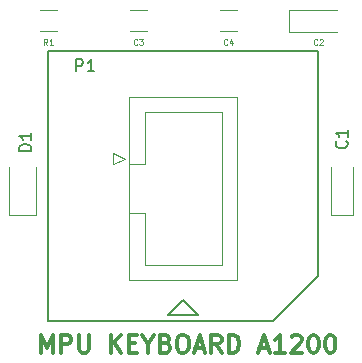
<source format=gto>
%TF.GenerationSoftware,KiCad,Pcbnew,5.1.9+dfsg1-1+deb11u1*%
%TF.CreationDate,2022-11-10T09:50:42+01:00*%
%TF.ProjectId,A1200MPU-Adapter,41313230-304d-4505-952d-416461707465,2.0*%
%TF.SameCoordinates,Original*%
%TF.FileFunction,Legend,Top*%
%TF.FilePolarity,Positive*%
%FSLAX46Y46*%
G04 Gerber Fmt 4.6, Leading zero omitted, Abs format (unit mm)*
G04 Created by KiCad (PCBNEW 5.1.9+dfsg1-1+deb11u1) date 2022-11-10 09:50:42*
%MOMM*%
%LPD*%
G01*
G04 APERTURE LIST*
%ADD10C,0.200000*%
%ADD11C,0.300000*%
%ADD12C,0.120000*%
%ADD13C,0.150000*%
%ADD14C,0.100000*%
G04 APERTURE END LIST*
D10*
X147320000Y-113792000D02*
X146050000Y-115062000D01*
X148590000Y-115062000D02*
X147320000Y-113792000D01*
X146050000Y-115062000D02*
X148590000Y-115062000D01*
X135890000Y-115570000D02*
X135890000Y-92837000D01*
X154940000Y-115570000D02*
X135890000Y-115570000D01*
X158750000Y-111760000D02*
X154940000Y-115570000D01*
X158750000Y-92710000D02*
X158750000Y-111760000D01*
X135890000Y-92710000D02*
X158750000Y-92710000D01*
D11*
X135272428Y-118280571D02*
X135272428Y-116780571D01*
X135772428Y-117852000D01*
X136272428Y-116780571D01*
X136272428Y-118280571D01*
X136986714Y-118280571D02*
X136986714Y-116780571D01*
X137558142Y-116780571D01*
X137701000Y-116852000D01*
X137772428Y-116923428D01*
X137843857Y-117066285D01*
X137843857Y-117280571D01*
X137772428Y-117423428D01*
X137701000Y-117494857D01*
X137558142Y-117566285D01*
X136986714Y-117566285D01*
X138486714Y-116780571D02*
X138486714Y-117994857D01*
X138558142Y-118137714D01*
X138629571Y-118209142D01*
X138772428Y-118280571D01*
X139058142Y-118280571D01*
X139201000Y-118209142D01*
X139272428Y-118137714D01*
X139343857Y-117994857D01*
X139343857Y-116780571D01*
X141201000Y-118280571D02*
X141201000Y-116780571D01*
X142058142Y-118280571D02*
X141415285Y-117423428D01*
X142058142Y-116780571D02*
X141201000Y-117637714D01*
X142701000Y-117494857D02*
X143201000Y-117494857D01*
X143415285Y-118280571D02*
X142701000Y-118280571D01*
X142701000Y-116780571D01*
X143415285Y-116780571D01*
X144343857Y-117566285D02*
X144343857Y-118280571D01*
X143843857Y-116780571D02*
X144343857Y-117566285D01*
X144843857Y-116780571D01*
X145843857Y-117494857D02*
X146058142Y-117566285D01*
X146129571Y-117637714D01*
X146201000Y-117780571D01*
X146201000Y-117994857D01*
X146129571Y-118137714D01*
X146058142Y-118209142D01*
X145915285Y-118280571D01*
X145343857Y-118280571D01*
X145343857Y-116780571D01*
X145843857Y-116780571D01*
X145986714Y-116852000D01*
X146058142Y-116923428D01*
X146129571Y-117066285D01*
X146129571Y-117209142D01*
X146058142Y-117352000D01*
X145986714Y-117423428D01*
X145843857Y-117494857D01*
X145343857Y-117494857D01*
X147129571Y-116780571D02*
X147415285Y-116780571D01*
X147558142Y-116852000D01*
X147701000Y-116994857D01*
X147772428Y-117280571D01*
X147772428Y-117780571D01*
X147701000Y-118066285D01*
X147558142Y-118209142D01*
X147415285Y-118280571D01*
X147129571Y-118280571D01*
X146986714Y-118209142D01*
X146843857Y-118066285D01*
X146772428Y-117780571D01*
X146772428Y-117280571D01*
X146843857Y-116994857D01*
X146986714Y-116852000D01*
X147129571Y-116780571D01*
X148343857Y-117852000D02*
X149058142Y-117852000D01*
X148201000Y-118280571D02*
X148701000Y-116780571D01*
X149201000Y-118280571D01*
X150558142Y-118280571D02*
X150058142Y-117566285D01*
X149700999Y-118280571D02*
X149700999Y-116780571D01*
X150272428Y-116780571D01*
X150415285Y-116852000D01*
X150486714Y-116923428D01*
X150558142Y-117066285D01*
X150558142Y-117280571D01*
X150486714Y-117423428D01*
X150415285Y-117494857D01*
X150272428Y-117566285D01*
X149700999Y-117566285D01*
X151200999Y-118280571D02*
X151200999Y-116780571D01*
X151558142Y-116780571D01*
X151772428Y-116852000D01*
X151915285Y-116994857D01*
X151986714Y-117137714D01*
X152058142Y-117423428D01*
X152058142Y-117637714D01*
X151986714Y-117923428D01*
X151915285Y-118066285D01*
X151772428Y-118209142D01*
X151558142Y-118280571D01*
X151200999Y-118280571D01*
X153772428Y-117852000D02*
X154486714Y-117852000D01*
X153629571Y-118280571D02*
X154129571Y-116780571D01*
X154629571Y-118280571D01*
X155915285Y-118280571D02*
X155058142Y-118280571D01*
X155486714Y-118280571D02*
X155486714Y-116780571D01*
X155343857Y-116994857D01*
X155201000Y-117137714D01*
X155058142Y-117209142D01*
X156486714Y-116923428D02*
X156558142Y-116852000D01*
X156701000Y-116780571D01*
X157058142Y-116780571D01*
X157201000Y-116852000D01*
X157272428Y-116923428D01*
X157343857Y-117066285D01*
X157343857Y-117209142D01*
X157272428Y-117423428D01*
X156415285Y-118280571D01*
X157343857Y-118280571D01*
X158272428Y-116780571D02*
X158415285Y-116780571D01*
X158558142Y-116852000D01*
X158629571Y-116923428D01*
X158701000Y-117066285D01*
X158772428Y-117352000D01*
X158772428Y-117709142D01*
X158701000Y-117994857D01*
X158629571Y-118137714D01*
X158558142Y-118209142D01*
X158415285Y-118280571D01*
X158272428Y-118280571D01*
X158129571Y-118209142D01*
X158058142Y-118137714D01*
X157986714Y-117994857D01*
X157915285Y-117709142D01*
X157915285Y-117352000D01*
X157986714Y-117066285D01*
X158058142Y-116923428D01*
X158129571Y-116852000D01*
X158272428Y-116780571D01*
X159701000Y-116780571D02*
X159843857Y-116780571D01*
X159986714Y-116852000D01*
X160058142Y-116923428D01*
X160129571Y-117066285D01*
X160201000Y-117352000D01*
X160201000Y-117709142D01*
X160129571Y-117994857D01*
X160058142Y-118137714D01*
X159986714Y-118209142D01*
X159843857Y-118280571D01*
X159701000Y-118280571D01*
X159558142Y-118209142D01*
X159486714Y-118137714D01*
X159415285Y-117994857D01*
X159343857Y-117709142D01*
X159343857Y-117352000D01*
X159415285Y-117066285D01*
X159486714Y-116923428D01*
X159558142Y-116852000D01*
X159701000Y-116780571D01*
D12*
%TO.C,C1*%
X161717000Y-106625000D02*
X161717000Y-102540000D01*
X159847000Y-106625000D02*
X161717000Y-106625000D01*
X159847000Y-102540000D02*
X159847000Y-106625000D01*
%TO.C,C2*%
X160350000Y-89235000D02*
X156265000Y-89235000D01*
X156265000Y-89235000D02*
X156265000Y-91105000D01*
X156265000Y-91105000D02*
X160350000Y-91105000D01*
%TO.C,C3*%
X142798748Y-91080000D02*
X144221252Y-91080000D01*
X142798748Y-89260000D02*
X144221252Y-89260000D01*
%TO.C,C4*%
X150418748Y-89260000D02*
X151841252Y-89260000D01*
X150418748Y-91080000D02*
X151841252Y-91080000D01*
%TO.C,D1*%
X134866000Y-106600000D02*
X134866000Y-102540000D01*
X132596000Y-106600000D02*
X134866000Y-106600000D01*
X132596000Y-102540000D02*
X132596000Y-106600000D01*
%TO.C,P1*%
X141370000Y-102354000D02*
X142370000Y-101854000D01*
X141370000Y-101354000D02*
X141370000Y-102354000D01*
X142370000Y-101854000D02*
X141370000Y-101354000D01*
X144070000Y-106444000D02*
X142760000Y-106444000D01*
X144070000Y-106444000D02*
X144070000Y-106444000D01*
X144070000Y-110844000D02*
X144070000Y-106444000D01*
X150570000Y-110844000D02*
X144070000Y-110844000D01*
X150570000Y-97944000D02*
X150570000Y-110844000D01*
X144070000Y-97944000D02*
X150570000Y-97944000D01*
X144070000Y-102344000D02*
X144070000Y-97944000D01*
X142760000Y-102344000D02*
X144070000Y-102344000D01*
X142760000Y-112144000D02*
X142760000Y-96644000D01*
X151880000Y-112144000D02*
X142760000Y-112144000D01*
X151880000Y-96644000D02*
X151880000Y-112144000D01*
X142760000Y-96644000D02*
X151880000Y-96644000D01*
%TO.C,R1*%
X135162936Y-91080000D02*
X136617064Y-91080000D01*
X135162936Y-89260000D02*
X136617064Y-89260000D01*
%TO.C,C1*%
D13*
X161139142Y-100369666D02*
X161186761Y-100417285D01*
X161234380Y-100560142D01*
X161234380Y-100655380D01*
X161186761Y-100798238D01*
X161091523Y-100893476D01*
X160996285Y-100941095D01*
X160805809Y-100988714D01*
X160662952Y-100988714D01*
X160472476Y-100941095D01*
X160377238Y-100893476D01*
X160282000Y-100798238D01*
X160234380Y-100655380D01*
X160234380Y-100560142D01*
X160282000Y-100417285D01*
X160329619Y-100369666D01*
X161234380Y-99417285D02*
X161234380Y-99988714D01*
X161234380Y-99703000D02*
X160234380Y-99703000D01*
X160377238Y-99798238D01*
X160472476Y-99893476D01*
X160520095Y-99988714D01*
%TO.C,C2*%
D14*
X158666666Y-92178571D02*
X158642857Y-92202380D01*
X158571428Y-92226190D01*
X158523809Y-92226190D01*
X158452380Y-92202380D01*
X158404761Y-92154761D01*
X158380952Y-92107142D01*
X158357142Y-92011904D01*
X158357142Y-91940476D01*
X158380952Y-91845238D01*
X158404761Y-91797619D01*
X158452380Y-91750000D01*
X158523809Y-91726190D01*
X158571428Y-91726190D01*
X158642857Y-91750000D01*
X158666666Y-91773809D01*
X158857142Y-91773809D02*
X158880952Y-91750000D01*
X158928571Y-91726190D01*
X159047619Y-91726190D01*
X159095238Y-91750000D01*
X159119047Y-91773809D01*
X159142857Y-91821428D01*
X159142857Y-91869047D01*
X159119047Y-91940476D01*
X158833333Y-92226190D01*
X159142857Y-92226190D01*
%TO.C,C3*%
X143426666Y-92178571D02*
X143402857Y-92202380D01*
X143331428Y-92226190D01*
X143283809Y-92226190D01*
X143212380Y-92202380D01*
X143164761Y-92154761D01*
X143140952Y-92107142D01*
X143117142Y-92011904D01*
X143117142Y-91940476D01*
X143140952Y-91845238D01*
X143164761Y-91797619D01*
X143212380Y-91750000D01*
X143283809Y-91726190D01*
X143331428Y-91726190D01*
X143402857Y-91750000D01*
X143426666Y-91773809D01*
X143593333Y-91726190D02*
X143902857Y-91726190D01*
X143736190Y-91916666D01*
X143807619Y-91916666D01*
X143855238Y-91940476D01*
X143879047Y-91964285D01*
X143902857Y-92011904D01*
X143902857Y-92130952D01*
X143879047Y-92178571D01*
X143855238Y-92202380D01*
X143807619Y-92226190D01*
X143664761Y-92226190D01*
X143617142Y-92202380D01*
X143593333Y-92178571D01*
%TO.C,C4*%
X151046666Y-92178571D02*
X151022857Y-92202380D01*
X150951428Y-92226190D01*
X150903809Y-92226190D01*
X150832380Y-92202380D01*
X150784761Y-92154761D01*
X150760952Y-92107142D01*
X150737142Y-92011904D01*
X150737142Y-91940476D01*
X150760952Y-91845238D01*
X150784761Y-91797619D01*
X150832380Y-91750000D01*
X150903809Y-91726190D01*
X150951428Y-91726190D01*
X151022857Y-91750000D01*
X151046666Y-91773809D01*
X151475238Y-91892857D02*
X151475238Y-92226190D01*
X151356190Y-91702380D02*
X151237142Y-92059523D01*
X151546666Y-92059523D01*
%TO.C,D1*%
D13*
X134437380Y-101195095D02*
X133437380Y-101195095D01*
X133437380Y-100957000D01*
X133485000Y-100814142D01*
X133580238Y-100718904D01*
X133675476Y-100671285D01*
X133865952Y-100623666D01*
X134008809Y-100623666D01*
X134199285Y-100671285D01*
X134294523Y-100718904D01*
X134389761Y-100814142D01*
X134437380Y-100957000D01*
X134437380Y-101195095D01*
X134437380Y-99671285D02*
X134437380Y-100242714D01*
X134437380Y-99957000D02*
X133437380Y-99957000D01*
X133580238Y-100052238D01*
X133675476Y-100147476D01*
X133723095Y-100242714D01*
%TO.C,P1*%
X138261904Y-94452380D02*
X138261904Y-93452380D01*
X138642857Y-93452380D01*
X138738095Y-93500000D01*
X138785714Y-93547619D01*
X138833333Y-93642857D01*
X138833333Y-93785714D01*
X138785714Y-93880952D01*
X138738095Y-93928571D01*
X138642857Y-93976190D01*
X138261904Y-93976190D01*
X139785714Y-94452380D02*
X139214285Y-94452380D01*
X139500000Y-94452380D02*
X139500000Y-93452380D01*
X139404761Y-93595238D01*
X139309523Y-93690476D01*
X139214285Y-93738095D01*
%TO.C,R1*%
D14*
X135806666Y-92226190D02*
X135640000Y-91988095D01*
X135520952Y-92226190D02*
X135520952Y-91726190D01*
X135711428Y-91726190D01*
X135759047Y-91750000D01*
X135782857Y-91773809D01*
X135806666Y-91821428D01*
X135806666Y-91892857D01*
X135782857Y-91940476D01*
X135759047Y-91964285D01*
X135711428Y-91988095D01*
X135520952Y-91988095D01*
X136282857Y-92226190D02*
X135997142Y-92226190D01*
X136140000Y-92226190D02*
X136140000Y-91726190D01*
X136092380Y-91797619D01*
X136044761Y-91845238D01*
X135997142Y-91869047D01*
%TD*%
M02*

</source>
